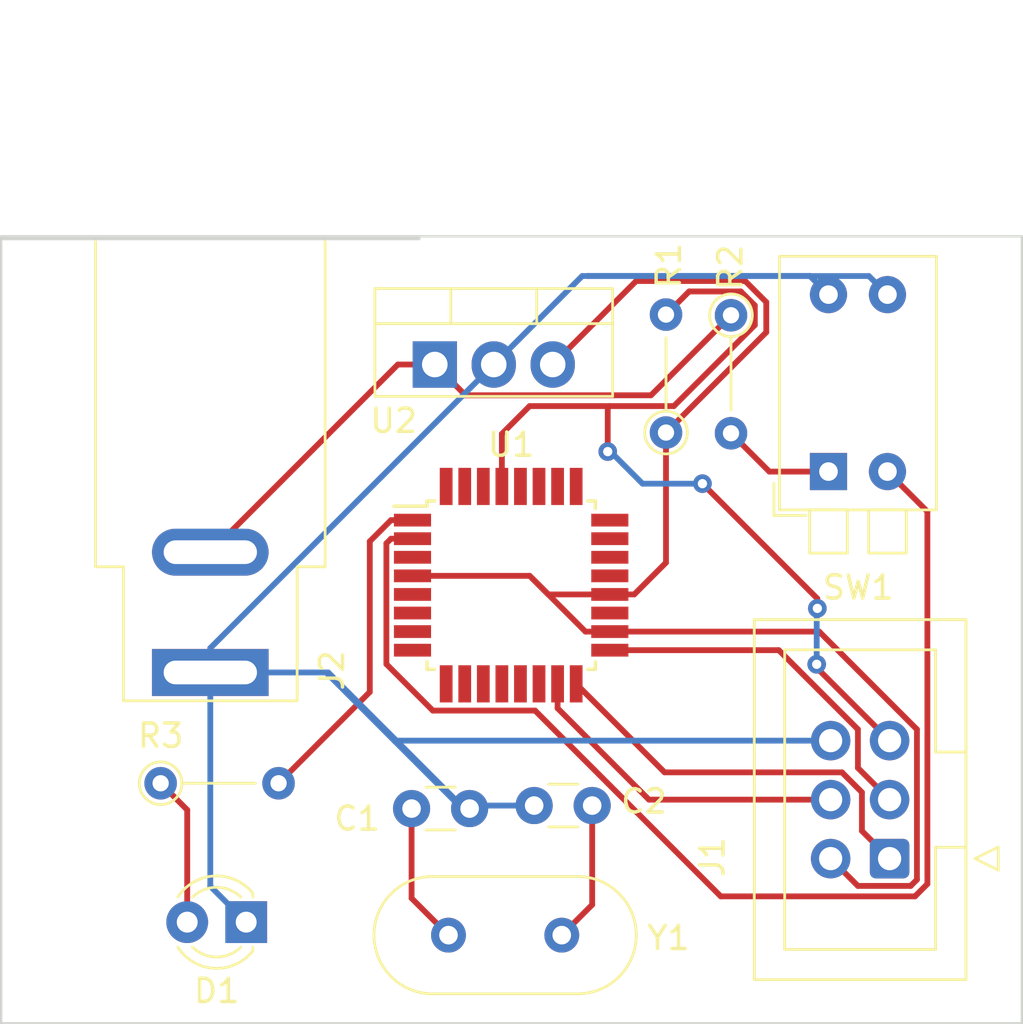
<source format=kicad_pcb>
(kicad_pcb (version 20221018) (generator pcbnew)
  (layers (0 "F.Cu" signal) (31 "B.Cu" signal) (34 "B.Paste" user) (35 "F.Paste" user) (36 "B.SilkS" user "B.Silkscreen") (37 "F.SilkS" user "F.Silkscreen") (38 "B.Mask" user) (39 "F.Mask" user) (44 "Edge.Cuts" user))
  (net 0 "")
  (net 1 "GND")
  (net 2 "XTAL_1")
  (net 3 "XTAL_2")
  (net 4 "Net-(D1-A)")
  (net 5 "PB4_MISO")
  (net 6 "+5V")
  (net 7 "PB5_SCK")
  (net 8 "PB3_MOSI")
  (net 9 "PC6_RESET")
  (net 10 "Net-(U2-VI)")
  (net 11 "Net-(R2-Pad2)")
  (net 12 "PD3_LedOUTPUT")
  (net 13 "PD4_BUTTON")
  (footprint "Package_TO_SOT_THT:TO-220-3_Vertical" (layer "F.Cu") (at 150.46 81.83)
    (fp_text reference "U2" (at -1.77 2.42) (layer "F.SilkS"))
    (fp_text value "LM7805_TO220")
    (fp_line (start -2.58 -3.27) (end -2.58 1.371) (stroke (width 0.12)) (layer "F.SilkS"))
    (fp_line (start -2.58 -3.27) (end 7.66 -3.27) (stroke (width 0.12)) (layer "F.SilkS"))
    (fp_line (start -2.58 -1.76) (end 7.66 -1.76) (stroke (width 0.12)) (layer "F.SilkS"))
    (fp_line (start -2.58 1.371) (end 7.66 1.371) (stroke (width 0.12)) (layer "F.SilkS"))
    (fp_line (start 0.69 -3.27) (end 0.69 -1.76) (stroke (width 0.12)) (layer "F.SilkS"))
    (fp_line (start 4.391 -3.27) (end 4.391 -1.76) (stroke (width 0.12)) (layer "F.SilkS"))
    (fp_line (start 7.66 -3.27) (end 7.66 1.371) (stroke (width 0.12)) (layer "F.SilkS"))
    (pad "1" thru_hole rect (at 0 0) (size 1.905 2) (drill 1.1) (layers "*.Cu" "*.Mask") (net 10 "Net-(U2-VI)"))
    (pad "2" thru_hole oval (at 2.54 0) (size 1.905 2) (drill 1.1) (layers "*.Cu" "*.Mask") (net 1 "GND"))
    (pad "3" thru_hole oval (at 5.08 0) (size 1.905 2) (drill 1.1) (layers "*.Cu" "*.Mask") (net 6 "+5V"))
  )
  (footprint "Connector_IDC:IDC-Header_2x03_P2.54mm_Vertical" (layer "F.Cu") (at 170.0525 103.105 180)
    (fp_text reference "J1" (at 7.6325 0.065 90) (layer "F.SilkS"))
    (fp_text value "AVR-ISP-6")
    (fp_line (start -4.68 -0.5) (end -4.68 0.5) (stroke (width 0.12)) (layer "F.SilkS"))
    (fp_line (start -4.68 0.5) (end -3.68 0) (stroke (width 0.12)) (layer "F.SilkS"))
    (fp_line (start -3.68 0) (end -4.68 -0.5) (stroke (width 0.12)) (layer "F.SilkS"))
    (fp_line (start -3.29 -5.21) (end 5.83 -5.21) (stroke (width 0.12)) (layer "F.SilkS"))
    (fp_line (start -3.29 0.49) (end -1.98 0.49) (stroke (width 0.12)) (layer "F.SilkS"))
    (fp_line (start -3.29 10.29) (end -3.29 -5.21) (stroke (width 0.12)) (layer "F.SilkS"))
    (fp_line (start -1.98 -3.91) (end 4.52 -3.91) (stroke (width 0.12)) (layer "F.SilkS"))
    (fp_line (start -1.98 0.49) (end -1.98 -3.91) (stroke (width 0.12)) (layer "F.SilkS"))
    (fp_line (start -1.98 4.59) (end -3.29 4.59) (stroke (width 0.12)) (layer "F.SilkS"))
    (fp_line (start -1.98 4.59) (end -1.98 4.59) (stroke (width 0.12)) (layer "F.SilkS"))
    (fp_line (start -1.98 8.99) (end -1.98 4.59) (stroke (width 0.12)) (layer "F.SilkS"))
    (fp_line (start 4.52 -3.91) (end 4.52 8.99) (stroke (width 0.12)) (layer "F.SilkS"))
    (fp_line (start 4.52 8.99) (end -1.98 8.99) (stroke (width 0.12)) (layer "F.SilkS"))
    (fp_line (start 5.83 -5.21) (end 5.83 10.29) (stroke (width 0.12)) (layer "F.SilkS"))
    (fp_line (start 5.83 10.29) (end -3.29 10.29) (stroke (width 0.12)) (layer "F.SilkS"))
    (pad "1" thru_hole roundrect (at 0 0 180) (size 1.7 1.7) (drill 1) (layers "*.Cu" "*.Mask") (roundrect_rratio 0.1470588235) (net 5 "PB4_MISO"))
    (pad "2" thru_hole circle (at 2.54 0 180) (size 1.7 1.7) (drill 1) (layers "*.Cu" "*.Mask") (net 6 "+5V"))
    (pad "3" thru_hole circle (at 0 2.54 180) (size 1.7 1.7) (drill 1) (layers "*.Cu" "*.Mask") (net 7 "PB5_SCK"))
    (pad "4" thru_hole circle (at 2.54 2.54 180) (size 1.7 1.7) (drill 1) (layers "*.Cu" "*.Mask") (net 8 "PB3_MOSI"))
    (pad "5" thru_hole circle (at 0 5.08 180) (size 1.7 1.7) (drill 1) (layers "*.Cu" "*.Mask") (net 9 "PC6_RESET"))
    (pad "6" thru_hole circle (at 2.54 5.08 180) (size 1.7 1.7) (drill 1) (layers "*.Cu" "*.Mask") (net 1 "GND"))
  )
  (footprint "Crystal:Crystal_HC49-U_Vertical" (layer "F.Cu") (at 155.93 106.4 180)
    (fp_text reference "Y1" (at -4.6 -0.12) (layer "F.SilkS"))
    (fp_text value "Crystal")
    (fp_line (start -0.685 -2.525) (end 5.565 -2.525) (stroke (width 0.12)) (layer "F.SilkS"))
    (fp_line (start -0.685 2.525) (end 5.565 2.525) (stroke (width 0.12)) (layer "F.SilkS"))
    (fp_arc (start -0.685 2.525) (mid -3.21 0) (end -0.685 -2.525) (stroke (width 0.12)) (layer "F.SilkS"))
    (fp_arc (start 5.565 -2.525) (mid 8.09 0) (end 5.565 2.525) (stroke (width 0.12)) (layer "F.SilkS"))
    (pad "1" thru_hole circle (at 0 0 180) (size 1.5 1.5) (drill 0.8) (layers "*.Cu" "*.Mask") (net 3 "XTAL_2"))
    (pad "2" thru_hole circle (at 4.88 0 180) (size 1.5 1.5) (drill 0.8) (layers "*.Cu" "*.Mask") (net 2 "XTAL_1"))
  )
  (footprint "Button_Switch_THT:SW_DIP_SPSTx02_Piano_10.8x6.64mm_W7.62mm_P2.54mm" (layer "F.Cu") (at 167.42 86.44 90)
    (fp_text reference "SW1" (at -4.99 1.28 180) (layer "F.SilkS"))
    (fp_text value "SW_MEC_5E")
    (fp_line (start -3.51 -0.81) (end -3.51 0.81) (stroke (width 0.12)) (layer "F.SilkS"))
    (fp_line (start -3.51 -0.81) (end -1.65 -0.81) (stroke (width 0.12)) (layer "F.SilkS"))
    (fp_line (start -3.51 0.81) (end -1.65 0.81) (stroke (width 0.12)) (layer "F.SilkS"))
    (fp_line (start -3.51 1.73) (end -3.51 3.35) (stroke (width 0.12)) (layer "F.SilkS"))
    (fp_line (start -3.51 1.73) (end -1.65 1.73) (stroke (width 0.12)) (layer "F.SilkS"))
    (fp_line (start -3.51 3.35) (end -1.65 3.35) (stroke (width 0.12)) (layer "F.SilkS"))
    (fp_line (start -1.89 -2.35) (end -1.89 -0.967) (stroke (width 0.12)) (layer "F.SilkS"))
    (fp_line (start -1.89 -2.35) (end -0.507 -2.35) (stroke (width 0.12)) (layer "F.SilkS"))
    (fp_line (start -1.65 -2.11) (end -1.65 4.65) (stroke (width 0.12)) (layer "F.SilkS"))
    (fp_line (start -1.65 -2.11) (end 9.27 -2.11) (stroke (width 0.12)) (layer "F.SilkS"))
    (fp_line (start -1.65 -0.81) (end -1.65 0.81) (stroke (width 0.12)) (layer "F.SilkS"))
    (fp_line (start -1.65 1.73) (end -1.65 3.35) (stroke (width 0.12)) (layer "F.SilkS"))
    (fp_line (start -1.65 4.65) (end 9.27 4.65) (stroke (width 0.12)) (layer "F.SilkS"))
    (fp_line (start 9.27 -2.11) (end 9.27 4.65) (stroke (width 0.12)) (layer "F.SilkS"))
    (pad "1" thru_hole rect (at 0 0 90) (size 1.6 1.6) (drill 0.8) (layers "*.Cu" "*.Mask") (net 11 "Net-(R2-Pad2)"))
    (pad "2" thru_hole oval (at 0 2.54 90) (size 1.6 1.6) (drill 0.8) (layers "*.Cu" "*.Mask") (net 13 "PD4_BUTTON"))
    (pad "3" thru_hole oval (at 7.62 2.54 90) (size 1.6 1.6) (drill 0.8) (layers "*.Cu" "*.Mask") (net 1 "GND"))
    (pad "4" thru_hole oval (at 7.62 0 90) (size 1.6 1.6) (drill 0.8) (layers "*.Cu" "*.Mask") (net 1 "GND"))
  )
  (footprint "Package_QFP:TQFP-32_7x7mm_P0.8mm" (layer "F.Cu") (at 153.75 91.33)
    (fp_text reference "U1" (at 0 -6.05) (layer "F.SilkS"))
    (fp_text value "ATmega328P-A")
    (fp_line (start -3.625 -3.625) (end -3.625 -3.4) (stroke (width 0.15)) (layer "F.SilkS"))
    (fp_line (start -3.625 -3.625) (end -3.3 -3.625) (stroke (width 0.15)) (layer "F.SilkS"))
    (fp_line (start -3.625 -3.4) (end -5.05 -3.4) (stroke (width 0.15)) (layer "F.SilkS"))
    (fp_line (start -3.625 3.625) (end -3.625 3.3) (stroke (width 0.15)) (layer "F.SilkS"))
    (fp_line (start -3.625 3.625) (end -3.3 3.625) (stroke (width 0.15)) (layer "F.SilkS"))
    (fp_line (start 3.625 -3.625) (end 3.3 -3.625) (stroke (width 0.15)) (layer "F.SilkS"))
    (fp_line (start 3.625 -3.625) (end 3.625 -3.3) (stroke (width 0.15)) (layer "F.SilkS"))
    (fp_line (start 3.625 3.625) (end 3.3 3.625) (stroke (width 0.15)) (layer "F.SilkS"))
    (fp_line (start 3.625 3.625) (end 3.625 3.3) (stroke (width 0.15)) (layer "F.SilkS"))
    (pad "1" smd rect (at -4.25 -2.8) (size 1.6 0.55) (layers "F.Cu" "F.Paste" "F.Mask") (net 12 "PD3_LedOUTPUT"))
    (pad "2" smd rect (at -4.25 -2) (size 1.6 0.55) (layers "F.Cu" "F.Paste" "F.Mask") (net 13 "PD4_BUTTON"))
    (pad "3" smd rect (at -4.25 -1.2) (size 1.6 0.55) (layers "F.Cu" "F.Paste" "F.Mask") (net 1 "GND"))
    (pad "4" smd rect (at -4.25 -0.4) (size 1.6 0.55) (layers "F.Cu" "F.Paste" "F.Mask") (net 6 "+5V"))
    (pad "5" smd rect (at -4.25 0.4) (size 1.6 0.55) (layers "F.Cu" "F.Paste" "F.Mask") (net 1 "GND"))
    (pad "6" smd rect (at -4.25 1.2) (size 1.6 0.55) (layers "F.Cu" "F.Paste" "F.Mask") (net 6 "+5V"))
    (pad "7" smd rect (at -4.25 2) (size 1.6 0.55) (layers "F.Cu" "F.Paste" "F.Mask") (net 2 "XTAL_1"))
    (pad "8" smd rect (at -4.25 2.8) (size 1.6 0.55) (layers "F.Cu" "F.Paste" "F.Mask") (net 3 "XTAL_2"))
    (pad "9" smd rect (at -2.8 4.25 90) (size 1.6 0.55) (layers "F.Cu" "F.Paste" "F.Mask"))
    (pad "10" smd rect (at -2 4.25 90) (size 1.6 0.55) (layers "F.Cu" "F.Paste" "F.Mask"))
    (pad "11" smd rect (at -1.2 4.25 90) (size 1.6 0.55) (layers "F.Cu" "F.Paste" "F.Mask"))
    (pad "12" smd rect (at -0.4 4.25 90) (size 1.6 0.55) (layers "F.Cu" "F.Paste" "F.Mask"))
    (pad "13" smd rect (at 0.4 4.25 90) (size 1.6 0.55) (layers "F.Cu" "F.Paste" "F.Mask"))
    (pad "14" smd rect (at 1.2 4.25 90) (size 1.6 0.55) (layers "F.Cu" "F.Paste" "F.Mask"))
    (pad "15" smd rect (at 2 4.25 90) (size 1.6 0.55) (layers "F.Cu" "F.Paste" "F.Mask") (net 8 "PB3_MOSI"))
    (pad "16" smd rect (at 2.8 4.25 90) (size 1.6 0.55) (layers "F.Cu" "F.Paste" "F.Mask") (net 5 "PB4_MISO"))
    (pad "17" smd rect (at 4.25 2.8) (size 1.6 0.55) (layers "F.Cu" "F.Paste" "F.Mask") (net 7 "PB5_SCK"))
    (pad "18" smd rect (at 4.25 2) (size 1.6 0.55) (layers "F.Cu" "F.Paste" "F.Mask") (net 6 "+5V"))
    (pad "19" smd rect (at 4.25 1.2) (size 1.6 0.55) (layers "F.Cu" "F.Paste" "F.Mask"))
    (pad "20" smd rect (at 4.25 0.4) (size 1.6 0.55) (layers "F.Cu" "F.Paste" "F.Mask") (net 6 "+5V"))
    (pad "21" smd rect (at 4.25 -0.4) (size 1.6 0.55) (layers "F.Cu" "F.Paste" "F.Mask") (net 1 "GND"))
    (pad "22" smd rect (at 4.25 -1.2) (size 1.6 0.55) (layers "F.Cu" "F.Paste" "F.Mask"))
    (pad "23" smd rect (at 4.25 -2) (size 1.6 0.55) (layers "F.Cu" "F.Paste" "F.Mask"))
    (pad "24" smd rect (at 4.25 -2.8) (size 1.6 0.55) (layers "F.Cu" "F.Paste" "F.Mask"))
    (pad "25" smd rect (at 2.8 -4.25 90) (size 1.6 0.55) (layers "F.Cu" "F.Paste" "F.Mask"))
    (pad "26" smd rect (at 2 -4.25 90) (size 1.6 0.55) (layers "F.Cu" "F.Paste" "F.Mask"))
    (pad "27" smd rect (at 1.2 -4.25 90) (size 1.6 0.55) (layers "F.Cu" "F.Paste" "F.Mask"))
    (pad "28" smd rect (at 0.4 -4.25 90) (size 1.6 0.55) (layers "F.Cu" "F.Paste" "F.Mask"))
    (pad "29" smd rect (at -0.4 -4.25 90) (size 1.6 0.55) (layers "F.Cu" "F.Paste" "F.Mask") (net 9 "PC6_RESET"))
    (pad "30" smd rect (at -1.2 -4.25 90) (size 1.6 0.55) (layers "F.Cu" "F.Paste" "F.Mask"))
    (pad "31" smd rect (at -2 -4.25 90) (size 1.6 0.55) (layers "F.Cu" "F.Paste" "F.Mask"))
    (pad "32" smd rect (at -2.8 -4.25 90) (size 1.6 0.55) (layers "F.Cu" "F.Paste" "F.Mask"))
  )
  (footprint "Resistor_THT:R_Axial_DIN0204_L3.6mm_D1.6mm_P5.08mm_Vertical" (layer "F.Cu") (at 138.65 99.86)
    (fp_text reference "R3" (at 0 -2.05) (layer "F.SilkS"))
    (fp_text value "330")
    (fp_line (start 0.92 0) (end 4.08 0) (stroke (width 0.12)) (layer "F.SilkS"))
    (fp_circle (center 0 0) (end 0.92 0) (stroke (width 0.12)) (fill none) (layer "F.SilkS"))
    (pad "1" thru_hole circle (at 0 0) (size 1.4 1.4) (drill 0.7) (layers "*.Cu" "*.Mask") (net 4 "Net-(D1-A)"))
    (pad "2" thru_hole oval (at 5.08 0) (size 1.4 1.4) (drill 0.7) (layers "*.Cu" "*.Mask") (net 12 "PD3_LedOUTPUT"))
  )
  (footprint "Capacitor_THT:C_Disc_D3.0mm_W1.6mm_P2.50mm" (layer "F.Cu") (at 157.24 100.82 180)
    (fp_text reference "C2" (at -2.23 0.18) (layer "F.SilkS"))
    (fp_text value "22p")
    (fp_line (start 0.621 -0.92) (end 1.879 -0.92) (stroke (width 0.12)) (layer "F.SilkS"))
    (fp_line (start 0.621 0.92) (end 1.879 0.92) (stroke (width 0.12)) (layer "F.SilkS"))
    (pad "1" thru_hole circle (at 0 0 180) (size 1.6 1.6) (drill 0.8) (layers "*.Cu" "*.Mask") (net 3 "XTAL_2"))
    (pad "2" thru_hole circle (at 2.5 0 180) (size 1.6 1.6) (drill 0.8) (layers "*.Cu" "*.Mask") (net 1 "GND"))
  )
  (footprint "Connector_BarrelJack:BarrelJack_SwitchcraftConxall_RAPC10U_Horizontal" (layer "F.Cu") (at 140.79 95.09 -90)
    (fp_text reference "J2" (at -0.09 -5.24 90) (layer "F.SilkS"))
    (fp_text value "Barrel_Jack")
    (fp_line (start -18.55 4.945) (end -4.55 4.945) (stroke (width 0.12)) (layer "F.SilkS"))
    (fp_line (start -4.55 -4.945) (end -18.55 -4.945) (stroke (width 0.12)) (layer "F.SilkS"))
    (fp_line (start -4.55 -3.74) (end -4.55 -4.945) (stroke (width 0.12)) (layer "F.SilkS"))
    (fp_line (start -4.55 3.74) (end 1.22 3.74) (stroke (width 0.12)) (layer "F.SilkS"))
    (fp_line (start -4.55 4.945) (end -4.55 3.74) (stroke (width 0.12)) (layer "F.SilkS"))
    (fp_line (start 1.22 -3.74) (end -4.55 -3.74) (stroke (width 0.12)) (layer "F.SilkS"))
    (fp_line (start 1.22 3.74) (end 1.22 -3.74) (stroke (width 0.12)) (layer "F.SilkS"))
    (fp_line (start -18.67 -9) (end -18.67 9) (stroke (width 0.12)) (layer "Edge.Cuts"))
    (pad "1" thru_hole rect (at 0 0 270) (size 2.02 5.02) (drill oval 1.02 4.02) (layers "*.Cu" "*.Mask") (net 1 "GND"))
    (pad "2" thru_hole oval (at -5.18 0 270) (size 2.02 5.02) (drill oval 1.02 4.02) (layers "*.Cu" "*.Mask") (net 10 "Net-(U2-VI)"))
  )
  (footprint "Capacitor_THT:C_Disc_D3.0mm_W1.6mm_P2.50mm" (layer "F.Cu") (at 151.96 100.95 180)
    (fp_text reference "C1" (at 4.85 -0.43) (layer "F.SilkS"))
    (fp_text value "22p")
    (fp_line (start 0.621 -0.92) (end 1.879 -0.92) (stroke (width 0.12)) (layer "F.SilkS"))
    (fp_line (start 0.621 0.92) (end 1.879 0.92) (stroke (width 0.12)) (layer "F.SilkS"))
    (pad "1" thru_hole circle (at 0 0 180) (size 1.6 1.6) (drill 0.8) (layers "*.Cu" "*.Mask") (net 1 "GND"))
    (pad "2" thru_hole circle (at 2.5 0 180) (size 1.6 1.6) (drill 0.8) (layers "*.Cu" "*.Mask") (net 2 "XTAL_1"))
  )
  (footprint "LED_THT:LED_D3.0mm_Clear" (layer "F.Cu") (at 142.335 105.84 180)
    (fp_text reference "D1" (at 1.27 -2.96) (layer "F.SilkS"))
    (fp_text value "LED")
    (fp_line (start -0.29 -1.236) (end -0.29 -1.08) (stroke (width 0.12)) (layer "F.SilkS"))
    (fp_line (start -0.29 1.08) (end -0.29 1.236) (stroke (width 0.12)) (layer "F.SilkS"))
    (fp_arc (start -0.29 -1.235516) (mid 1.366487 -1.987659) (end 2.942335 -1.078608) (stroke (width 0.12)) (layer "F.SilkS"))
    (fp_arc (start 0.229039 -1.08) (mid 1.270117 -1.5) (end 2.31113 -1.079837) (stroke (width 0.12)) (layer "F.SilkS"))
    (fp_arc (start 2.31113 1.079837) (mid 1.270117 1.5) (end 0.229039 1.08) (stroke (width 0.12)) (layer "F.SilkS"))
    (fp_arc (start 2.942335 1.078608) (mid 1.366487 1.987659) (end -0.29 1.235516) (stroke (width 0.12)) (layer "F.SilkS"))
    (pad "1" thru_hole rect (at 0 0 180) (size 1.8 1.8) (drill 0.9) (layers "*.Cu" "*.Mask") (net 1 "GND"))
    (pad "2" thru_hole circle (at 2.54 0 180) (size 1.8 1.8) (drill 0.9) (layers "*.Cu" "*.Mask") (net 4 "Net-(D1-A)"))
  )
  (footprint "Resistor_THT:R_Axial_DIN0204_L3.6mm_D1.6mm_P5.08mm_Vertical" (layer "F.Cu") (at 163.22 79.71 -90)
    (fp_text reference "R2" (at -2.06 0.03 90) (layer "F.SilkS"))
    (fp_text value "10k")
    (fp_line (start 0.92 0) (end 4.08 0) (stroke (width 0.12)) (layer "F.SilkS"))
    (fp_circle (center 0 0) (end 0.92 0) (stroke (width 0.12)) (fill none) (layer "F.SilkS"))
    (pad "1" thru_hole circle (at 0 0 270) (size 1.4 1.4) (drill 0.7) (layers "*.Cu" "*.Mask") (net 10 "Net-(U2-VI)"))
    (pad "2" thru_hole oval (at 5.08 0 270) (size 1.4 1.4) (drill 0.7) (layers "*.Cu" "*.Mask") (net 11 "Net-(R2-Pad2)"))
  )
  (footprint "Resistor_THT:R_Axial_DIN0204_L3.6mm_D1.6mm_P5.08mm_Vertical" (layer "F.Cu") (at 160.42 84.76 90)
    (fp_text reference "R1" (at 7.19 0.12 90) (layer "F.SilkS"))
    (fp_text value "10k")
    (fp_line (start 0.92 0) (end 4.08 0) (stroke (width 0.12)) (layer "F.SilkS"))
    (fp_circle (center 0 0) (end 0.92 0) (stroke (width 0.12)) (fill none) (layer "F.SilkS"))
    (pad "1" thru_hole circle (at 0 0 90) (size 1.4 1.4) (drill 0.7) (layers "*.Cu" "*.Mask") (net 6 "+5V"))
    (pad "2" thru_hole oval (at 5.08 0 90) (size 1.4 1.4) (drill 0.7) (layers "*.Cu" "*.Mask") (net 9 "PC6_RESET"))
  )
  (gr_rect (start 131.78 76.31) (end 175.75 110.195) (stroke (width 0.1)) (fill none) (layer "Edge.Cuts"))
  (segment (start 151.96 100.95) (end 151.73 100.95) (width 0.25) (layer "B.Cu") (net 1))
  (segment (start 140.79 94.04) (end 140.79 95.09) (width 0.25) (layer "B.Cu") (net 1))
  (segment (start 153 81.83) (end 140.79 94.04) (width 0.25) (layer "B.Cu") (net 1))
  (segment (start 169.96 78.82) (end 169.160001 78.020001) (width 0.25) (layer "B.Cu") (net 1))
  (segment (start 145.87 95.09) (end 145.78 95.09) (width 0.25) (layer "B.Cu") (net 1))
  (segment (start 148.75 98.06) (end 145.78 95.09) (width 0.25) (layer "B.Cu") (net 1))
  (segment (start 167.42 78.82) (end 166.620001 78.020001) (width 0.25) (layer "B.Cu") (net 1))
  (segment (start 140.79 104.295) (end 142.335 105.84) (width 0.25) (layer "B.Cu") (net 1))
  (segment (start 154.74 100.82) (end 151.51 100.82) (width 0.25) (layer "B.Cu") (net 1))
  (segment (start 157.04 78.020001) (end 156.809999 78.020001) (width 0.25) (layer "B.Cu") (net 1))
  (segment (start 145.78 95.09) (end 140.79 95.09) (width 0.25) (layer "B.Cu") (net 1))
  (segment (start 156.809999 78.020001) (end 153 81.83) (width 0.25) (layer "B.Cu") (net 1))
  (segment (start 148.785 98.025) (end 148.75 98.06) (width 0.25) (layer "B.Cu") (net 1))
  (segment (start 169.160001 78.020001) (end 157.04 78.020001) (width 0.25) (layer "B.Cu") (net 1))
  (segment (start 140.79 95.09) (end 140.79 104.295) (width 0.25) (layer "B.Cu") (net 1))
  (segment (start 166.620001 78.020001) (end 157.04 78.020001) (width 0.25) (layer "B.Cu") (net 1))
  (segment (start 151.73 100.95) (end 145.87 95.09) (width 0.25) (layer "B.Cu") (net 1))
  (segment (start 151.51 100.82) (end 148.75 98.06) (width 0.25) (layer "B.Cu") (net 1))
  (segment (start 167.5125 98.025) (end 148.785 98.025) (width 0.25) (layer "B.Cu") (net 1))
  (segment (start 149.46 100.95) (end 149.46 104.81) (width 0.25) (layer "F.Cu") (net 2))
  (segment (start 149.46 104.81) (end 151.05 106.4) (width 0.25) (layer "F.Cu") (net 2))
  (segment (start 157.24 105.09) (end 155.93 106.4) (width 0.25) (layer "F.Cu") (net 3))
  (segment (start 157.24 100.82) (end 157.24 105.09) (width 0.25) (layer "F.Cu") (net 3))
  (segment (start 139.795 105.84) (end 139.795 101.005) (width 0.25) (layer "F.Cu") (net 4))
  (segment (start 139.795 101.005) (end 138.65 99.86) (width 0.25) (layer "F.Cu") (net 4))
  (segment (start 156.55 95.58) (end 160.36 99.39) (width 0.25) (layer "F.Cu") (net 5))
  (segment (start 167.999201 99.39) (end 168.86 100.250799) (width 0.25) (layer "F.Cu") (net 5))
  (segment (start 168.86 101.9125) (end 170.0525 103.105) (width 0.25) (layer "F.Cu") (net 5))
  (segment (start 160.36 99.39) (end 167.999201 99.39) (width 0.25) (layer "F.Cu") (net 5))
  (segment (start 168.86 100.250799) (end 168.86 101.9125) (width 0.25) (layer "F.Cu") (net 5))
  (segment (start 155.35 91.73) (end 154.68 91.06) (width 0.25) (layer "F.Cu") (net 6))
  (segment (start 158 93.33) (end 156.95 93.33) (width 0.25) (layer "F.Cu") (net 6))
  (segment (start 159.135 78.235) (end 163.830965 78.235) (width 0.25) (layer "F.Cu") (net 6))
  (segment (start 159.05 91.73) (end 158 91.73) (width 0.25) (layer "F.Cu") (net 6))
  (segment (start 158 91.73) (end 155.35 91.73) (width 0.25) (layer "F.Cu") (net 6))
  (segment (start 160.42 90.36) (end 159.05 91.73) (width 0.25) (layer "F.Cu") (net 6))
  (segment (start 154.68 91.06) (end 154.55 90.93) (width 0.25) (layer "F.Cu") (net 6))
  (segment (start 154.55 90.93) (end 149.5 90.93) (width 0.25) (layer "F.Cu") (net 6))
  (segment (start 164.74 80.44) (end 160.42 84.76) (width 0.25) (layer "F.Cu") (net 6))
  (segment (start 160.42 84.76) (end 160.42 90.36) (width 0.25) (layer "F.Cu") (net 6))
  (segment (start 168.6875 104.28) (end 170.96 104.28) (width 0.25) (layer "F.Cu") (net 6))
  (segment (start 163.830965 78.235) (end 164.74 79.144035) (width 0.25) (layer "F.Cu") (net 6))
  (segment (start 167.019201 93.33) (end 158 93.33) (width 0.25) (layer "F.Cu") (net 6))
  (segment (start 171.23 97.540799) (end 167.019201 93.33) (width 0.25) (layer "F.Cu") (net 6))
  (segment (start 171.23 104.01) (end 171.23 97.540799) (width 0.25) (layer "F.Cu") (net 6))
  (segment (start 164.74 79.144035) (end 164.74 80.44) (width 0.25) (layer "F.Cu") (net 6))
  (segment (start 167.5125 103.105) (end 168.6875 104.28) (width 0.25) (layer "F.Cu") (net 6))
  (segment (start 170.96 104.28) (end 171.23 104.01) (width 0.25) (layer "F.Cu") (net 6))
  (segment (start 156.95 93.33) (end 154.68 91.06) (width 0.25) (layer "F.Cu") (net 6))
  (segment (start 155.54 81.83) (end 159.135 78.235) (width 0.25) (layer "F.Cu") (net 6))
  (segment (start 170.0525 100.565) (end 168.6875 99.2) (width 0.25) (layer "F.Cu") (net 7))
  (segment (start 168.6875 97.538299) (end 165.279201 94.13) (width 0.25) (layer "F.Cu") (net 7))
  (segment (start 165.279201 94.13) (end 158 94.13) (width 0.25) (layer "F.Cu") (net 7))
  (segment (start 168.6875 99.2) (end 168.6875 97.538299) (width 0.25) (layer "F.Cu") (net 7))
  (segment (start 155.75 96.63) (end 159.685 100.565) (width 0.25) (layer "F.Cu") (net 8))
  (segment (start 159.685 100.565) (end 167.5125 100.565) (width 0.25) (layer "F.Cu") (net 8))
  (segment (start 155.75 95.58) (end 155.75 96.63) (width 0.25) (layer "F.Cu") (net 8))
  (segment (start 160.42 79.68) (end 161.415 78.685) (width 0.25) (layer "F.Cu") (net 9))
  (segment (start 160.759569 83.62) (end 157.99 83.62) (width 0.25) (layer "F.Cu") (net 9))
  (segment (start 157.91 85.58) (end 157.91 83.7) (width 0.25) (layer "F.Cu") (net 9))
  (segment (start 166.94 92.33) (end 166.94 91.91) (width 0.25) (layer "F.Cu") (net 9))
  (segment (start 164.245 80.134569) (end 160.759569 83.62) (width 0.25) (layer "F.Cu") (net 9))
  (segment (start 161.415 78.685) (end 163.644569 78.685) (width 0.25) (layer "F.Cu") (net 9))
  (segment (start 154.545 83.62) (end 153.35 84.815) (width 0.25) (layer "F.Cu") (net 9))
  (segment (start 164.245 79.285431) (end 164.245 80.134569) (width 0.25) (layer "F.Cu") (net 9))
  (segment (start 166.94 91.91) (end 161.99 86.96) (width 0.25) (layer "F.Cu") (net 9))
  (segment (start 170.0525 98.025) (end 166.9119 94.8844) (width 0.25) (layer "F.Cu") (net 9))
  (segment (start 153.35 84.815) (end 153.35 87.08) (width 0.25) (layer "F.Cu") (net 9))
  (segment (start 163.644569 78.685) (end 164.245 79.285431) (width 0.25) (layer "F.Cu") (net 9))
  (segment (start 166.9119 94.8844) (end 166.9119 94.7381) (width 0.25) (layer "F.Cu") (net 9))
  (segment (start 157.99 83.62) (end 154.545 83.62) (width 0.25) (layer "F.Cu") (net 9))
  (segment (start 157.91 83.7) (end 157.99 83.62) (width 0.25) (layer "F.Cu") (net 9))
  (via (at 161.99 86.96) (size 0.8) (drill 0.4) (layers "F.Cu" "B.Cu") (net 9))
  (via (at 157.91 85.58) (size 0.8) (drill 0.4) (layers "F.Cu" "B.Cu") (net 9))
  (via (at 166.94 92.33) (size 0.8) (drill 0.4) (layers "F.Cu" "B.Cu") (net 9))
  (via (at 166.9119 94.7381) (size 0.8) (drill 0.4) (layers "F.Cu" "B.Cu") (net 9))
  (segment (start 161.99 86.96) (end 159.41 86.96) (width 0.25) (layer "B.Cu") (net 9))
  (segment (start 166.9119 94.7381) (end 166.9119 92.3581) (width 0.25) (layer "B.Cu") (net 9))
  (segment (start 166.9119 92.3581) (end 166.94 92.33) (width 0.25) (layer "B.Cu") (net 9))
  (segment (start 159.41 86.96) (end 158.03 85.58) (width 0.25) (layer "B.Cu") (net 9))
  (segment (start 158.03 85.58) (end 157.91 85.58) (width 0.25) (layer "B.Cu") (net 9))
  (segment (start 163.22 79.71) (end 159.775 83.155) (width 0.25) (layer "F.Cu") (net 10))
  (segment (start 159.775 83.155) (end 151.785 83.155) (width 0.25) (layer "F.Cu") (net 10))
  (segment (start 150.46 81.83) (end 148.87 81.83) (width 0.25) (layer "F.Cu") (net 10))
  (segment (start 148.87 81.83) (end 140.79 89.91) (width 0.25) (layer "F.Cu") (net 10))
  (segment (start 151.785 83.155) (end 150.46 81.83) (width 0.25) (layer "F.Cu") (net 10))
  (segment (start 164.87 86.44) (end 163.22 84.79) (width 0.25) (layer "F.Cu") (net 11))
  (segment (start 167.42 86.44) (end 164.87 86.44) (width 0.25) (layer "F.Cu") (net 11))
  (segment (start 147.66 89.445) (end 148.575 88.53) (width 0.25) (layer "F.Cu") (net 12))
  (segment (start 147.66 95.93) (end 147.66 89.445) (width 0.25) (layer "F.Cu") (net 12))
  (segment (start 148.575 88.53) (end 149.5 88.53) (width 0.25) (layer "F.Cu") (net 12))
  (segment (start 143.73 99.86) (end 147.66 95.93) (width 0.25) (layer "F.Cu") (net 12))
  (segment (start 169.96 86.44) (end 171.68 88.16) (width 0.25) (layer "F.Cu") (net 13))
  (segment (start 148.575 89.33) (end 149.5 89.33) (width 0.25) (layer "F.Cu") (net 13))
  (segment (start 171.68 88.16) (end 171.68 104.196396) (width 0.25) (layer "F.Cu") (net 13))
  (segment (start 154.78 96.73) (end 150.375 96.73) (width 0.25) (layer "F.Cu") (net 13))
  (segment (start 148.375 89.53) (end 148.575 89.33) (width 0.25) (layer "F.Cu") (net 13))
  (segment (start 171.146396 104.73) (end 162.78 104.73) (width 0.25) (layer "F.Cu") (net 13))
  (segment (start 148.375 94.73) (end 148.375 89.53) (width 0.25) (layer "F.Cu") (net 13))
  (segment (start 171.68 104.196396) (end 171.146396 104.73) (width 0.25) (layer "F.Cu") (net 13))
  (segment (start 150.375 96.73) (end 148.375 94.73) (width 0.25) (layer "F.Cu") (net 13))
  (segment (start 162.78 104.73) (end 154.78 96.73) (width 0.25) (layer "F.Cu") (net 13))
)
</source>
